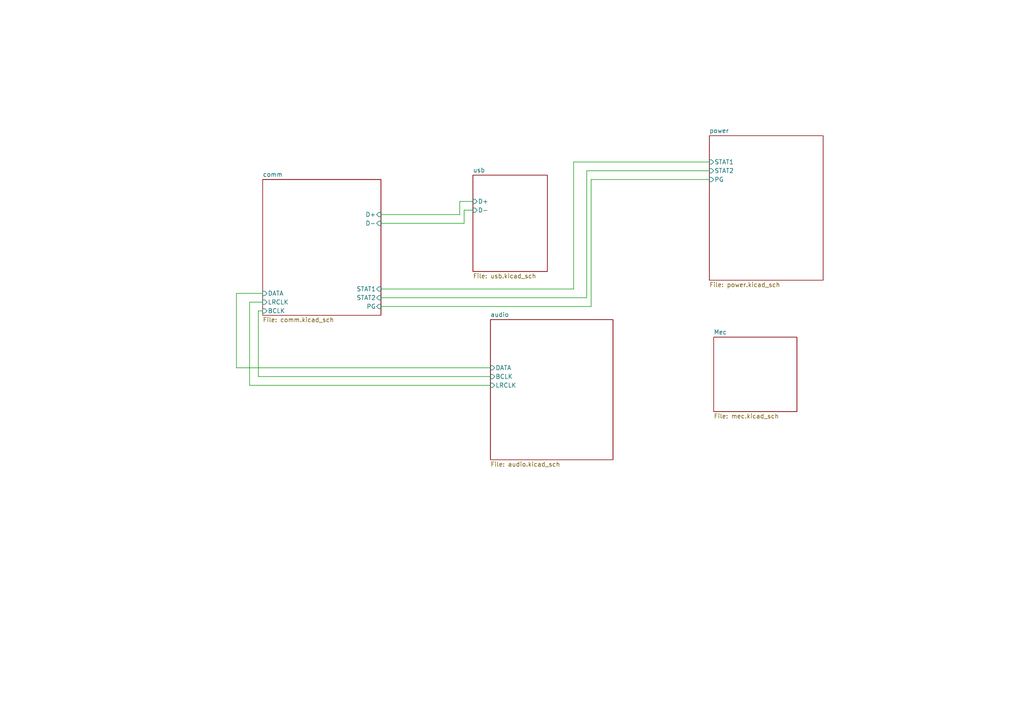
<source format=kicad_sch>
(kicad_sch (version 20211123) (generator eeschema)
  (paper "A4")
  (lib_symbols)
  (wire (pts (xy 171.45 88.9) (xy 110.49 88.9)))
  (wire (pts (xy 110.49 86.36) (xy 170.18 86.36)))
  (wire (pts (xy 171.45 52.07) (xy 171.45 88.9)))
  (wire (pts (xy 133.35 62.23) (xy 110.49 62.23)))
  (wire (pts (xy 72.39 111.76) (xy 72.39 87.63)))
  (wire (pts (xy 134.62 64.77) (xy 134.62 60.96)))
  (wire (pts (xy 170.18 86.36) (xy 170.18 49.53)))
  (wire (pts (xy 166.37 46.99) (xy 166.37 83.82)))
  (wire (pts (xy 142.24 111.76) (xy 72.39 111.76)))
  (wire (pts (xy 74.93 109.22) (xy 74.93 90.17)))
  (wire (pts (xy 110.49 64.77) (xy 134.62 64.77)))
  (wire (pts (xy 133.35 58.42) (xy 133.35 62.23)))
  (wire (pts (xy 205.74 46.99) (xy 166.37 46.99)))
  (wire (pts (xy 166.37 83.82) (xy 110.49 83.82)))
  (wire (pts (xy 133.35 58.42) (xy 137.16 58.42)))
  (wire (pts (xy 72.39 87.63) (xy 76.2 87.63)))
  (wire (pts (xy 68.58 106.68) (xy 68.58 85.09)))
  (wire (pts (xy 142.24 109.22) (xy 74.93 109.22)))
  (wire (pts (xy 134.62 60.96) (xy 137.16 60.96)))
  (wire (pts (xy 74.93 90.17) (xy 76.2 90.17)))
  (wire (pts (xy 68.58 85.09) (xy 76.2 85.09)))
  (wire (pts (xy 170.18 49.53) (xy 205.74 49.53)))
  (wire (pts (xy 142.24 106.68) (xy 68.58 106.68)))
  (wire (pts (xy 205.74 52.07) (xy 171.45 52.07)))
  (sheet (at 205.74 39.37) (size 33.02 41.91)
    (property "Sheet name" "power" (at 205.74 38.6584 0) (effects (justify left bottom)))
    (property "Sheet file" "power.kicad_sch" (at 205.74 81.8646 0) (effects (justify left top)))
    (pin "STAT1" input (at 205.74 46.99 180))
    (pin "STAT2" input (at 205.74 49.53 180))
    (pin "PG" input (at 205.74 52.07 180))
  )
  (sheet (at 142.24 92.71) (size 35.56 40.64)
    (property "Sheet name" "audio" (at 142.24 91.9984 0) (effects (justify left bottom)))
    (property "Sheet file" "audio.kicad_sch" (at 142.24 133.9346 0) (effects (justify left top)))
    (pin "DATA" input (at 142.24 106.68 180))
    (pin "BCLK" input (at 142.24 109.22 180))
    (pin "LRCLK" input (at 142.24 111.76 180))
  )
  (sheet (at 76.2 52.07) (size 34.29 39.37)
    (property "Sheet name" "comm" (at 76.2 51.3584 0) (effects (justify left bottom)))
    (property "Sheet file" "comm.kicad_sch" (at 76.2 92.0246 0) (effects (justify left top)))
    (pin "D+" input (at 110.49 62.23 0))
    (pin "D-" input (at 110.49 64.77 0))
    (pin "STAT1" input (at 110.49 83.82 0))
    (pin "STAT2" input (at 110.49 86.36 0))
    (pin "PG" input (at 110.49 88.9 0))
    (pin "BCLK" input (at 76.2 90.17 180))
    (pin "LRCLK" input (at 76.2 87.63 180))
    (pin "DATA" input (at 76.2 85.09 180))
  )
  (sheet (at 137.16 50.8) (size 21.59 27.94)
    (property "Sheet name" "usb" (at 137.16 50.0884 0) (effects (justify left bottom)))
    (property "Sheet file" "usb.kicad_sch" (at 137.16 79.3246 0) (effects (justify left top)))
    (pin "D+" input (at 137.16 58.42 180))
    (pin "D-" input (at 137.16 60.96 180))
  )
  (sheet (at 207.01 97.79) (size 24.13 21.59) (stroke (width 0.1524))
    (property "Sheet name" "Mec" (at 207.01 97.0784 0) (effects (justify left bottom)))
    (property "Sheet file" "mec.kicad_sch" (at 207.01 119.9646 0) (effects (justify left top)))
  )
)
</source>
